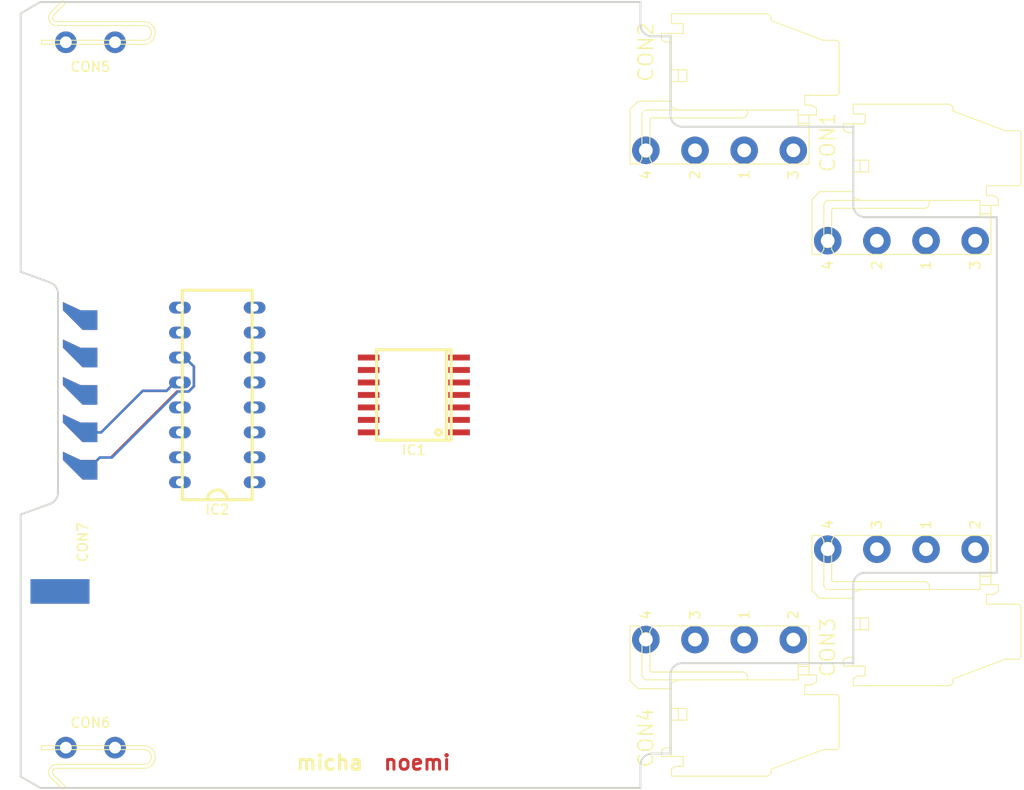
<source format=kicad_pcb>
(kicad_pcb (version 20171130) (host pcbnew 5.0.1-33cea8e~68~ubuntu18.04.1)

  (general
    (thickness 1.55)
    (drawings 47)
    (tracks 28)
    (zones 0)
    (modules 9)
    (nets 49)
  )

  (page A4)
  (title_block
    (title "Housebus Relais Output")
    (date 2018-11-12)
    (company PiWare)
  )

  (layers
    (0 F.Cu signal)
    (31 B.Cu signal)
    (32 B.Adhes user)
    (33 F.Adhes user)
    (34 B.Paste user)
    (35 F.Paste user)
    (36 B.SilkS user)
    (37 F.SilkS user)
    (38 B.Mask user)
    (39 F.Mask user)
    (40 Dwgs.User user)
    (41 Cmts.User user)
    (42 Eco1.User user)
    (43 Eco2.User user)
    (44 Edge.Cuts user)
    (45 Margin user)
    (46 B.CrtYd user)
    (47 F.CrtYd user)
    (48 B.Fab user)
    (49 F.Fab user)
  )

  (setup
    (last_trace_width 0.25)
    (trace_clearance 0.2)
    (zone_clearance 0.508)
    (zone_45_only no)
    (trace_min 0.2)
    (segment_width 0.15)
    (edge_width 0.15)
    (via_size 0.8)
    (via_drill 0.4)
    (via_min_size 0.4)
    (via_min_drill 0.3)
    (uvia_size 0.3)
    (uvia_drill 0.1)
    (uvias_allowed no)
    (uvia_min_size 0.2)
    (uvia_min_drill 0.1)
    (pcb_text_width 0.3)
    (pcb_text_size 1.5 1.5)
    (mod_edge_width 0.15)
    (mod_text_size 1 1)
    (mod_text_width 0.15)
    (pad_size 1.524 1.524)
    (pad_drill 0.762)
    (pad_to_mask_clearance 0.051)
    (solder_mask_min_width 0.25)
    (aux_axis_origin 100 100)
    (visible_elements FFFFFF7F)
    (pcbplotparams
      (layerselection 0x010fc_ffffffff)
      (usegerberextensions false)
      (usegerberattributes false)
      (usegerberadvancedattributes false)
      (creategerberjobfile false)
      (excludeedgelayer true)
      (linewidth 0.100000)
      (plotframeref false)
      (viasonmask false)
      (mode 1)
      (useauxorigin false)
      (hpglpennumber 1)
      (hpglpenspeed 20)
      (hpglpendiameter 15.000000)
      (psnegative false)
      (psa4output false)
      (plotreference true)
      (plotvalue true)
      (plotinvisibletext false)
      (padsonsilk false)
      (subtractmaskfromsilk false)
      (outputformat 1)
      (mirror false)
      (drillshape 1)
      (scaleselection 1)
      (outputdirectory ""))
  )

  (net 0 "")
  (net 1 "Net-(IC1-Pad2)")
  (net 2 "Net-(IC1-Pad3)")
  (net 3 "Net-(IC1-Pad6)")
  (net 4 "Net-(IC1-Pad7)")
  (net 5 "Net-(IC1-Pad8)")
  (net 6 "Net-(IC2-Pad1)")
  (net 7 "Net-(IC2-Pad2)")
  (net 8 "Net-(IC2-Pad3)")
  (net 9 "Net-(IC2-Pad4)")
  (net 10 "Net-(IC2-Pad5)")
  (net 11 "Net-(IC2-Pad6)")
  (net 12 "Net-(IC2-Pad7)")
  (net 13 "Net-(IC2-Pad8)")
  (net 14 "Net-(IC2-Pad9)")
  (net 15 "Net-(IC2-Pad10)")
  (net 16 "Net-(IC2-Pad13)")
  (net 17 "Net-(IC2-Pad14)")
  (net 18 "Net-(CON1-Pad4)")
  (net 19 "Net-(CON1-Pad2)")
  (net 20 "Net-(CON1-Pad1)")
  (net 21 "Net-(CON1-Pad3)")
  (net 22 "Net-(CON2-Pad1)")
  (net 23 "Net-(CON2-Pad2)")
  (net 24 "Net-(CON2-Pad3)")
  (net 25 "Net-(CON2-Pad4)")
  (net 26 "Net-(IC1-Pad1)")
  (net 27 "Net-(IC1-Pad4)")
  (net 28 "Net-(IC1-Pad5)")
  (net 29 "Net-(IC1-Pad9)")
  (net 30 "Net-(IC1-Pad10)")
  (net 31 "Net-(IC1-Pad13)")
  (net 32 "Net-(IC1-Pad14)")
  (net 33 "Net-(CON3-Pad1)")
  (net 34 "Net-(CON3-Pad2)")
  (net 35 "Net-(CON3-Pad3)")
  (net 36 "Net-(CON3-Pad4)")
  (net 37 "Net-(CON4-Pad4)")
  (net 38 "Net-(CON4-Pad3)")
  (net 39 "Net-(CON4-Pad2)")
  (net 40 "Net-(CON4-Pad1)")
  (net 41 "Net-(CON7-Pad1)")
  (net 42 "Net-(CON7-Pad2)")
  (net 43 "Net-(CON7-Pad3)")
  (net 44 "Net-(CON7-Pad4)")
  (net 45 "Net-(CON7-Pad5)")
  (net 46 "Net-(CON7-Pad6)")
  (net 47 GND)
  (net 48 +3V3)

  (net_class Default "Dies ist die voreingestellte Netzklasse."
    (clearance 0.2)
    (trace_width 0.25)
    (via_dia 0.8)
    (via_drill 0.4)
    (uvia_dia 0.3)
    (uvia_drill 0.1)
    (add_net +3V3)
    (add_net GND)
    (add_net "Net-(CON1-Pad1)")
    (add_net "Net-(CON1-Pad2)")
    (add_net "Net-(CON1-Pad3)")
    (add_net "Net-(CON1-Pad4)")
    (add_net "Net-(CON2-Pad1)")
    (add_net "Net-(CON2-Pad2)")
    (add_net "Net-(CON2-Pad3)")
    (add_net "Net-(CON2-Pad4)")
    (add_net "Net-(CON3-Pad1)")
    (add_net "Net-(CON3-Pad2)")
    (add_net "Net-(CON3-Pad3)")
    (add_net "Net-(CON3-Pad4)")
    (add_net "Net-(CON4-Pad1)")
    (add_net "Net-(CON4-Pad2)")
    (add_net "Net-(CON4-Pad3)")
    (add_net "Net-(CON4-Pad4)")
    (add_net "Net-(CON7-Pad1)")
    (add_net "Net-(CON7-Pad2)")
    (add_net "Net-(CON7-Pad3)")
    (add_net "Net-(CON7-Pad4)")
    (add_net "Net-(CON7-Pad5)")
    (add_net "Net-(CON7-Pad6)")
    (add_net "Net-(IC1-Pad1)")
    (add_net "Net-(IC1-Pad10)")
    (add_net "Net-(IC1-Pad13)")
    (add_net "Net-(IC1-Pad14)")
    (add_net "Net-(IC1-Pad2)")
    (add_net "Net-(IC1-Pad3)")
    (add_net "Net-(IC1-Pad4)")
    (add_net "Net-(IC1-Pad5)")
    (add_net "Net-(IC1-Pad6)")
    (add_net "Net-(IC1-Pad7)")
    (add_net "Net-(IC1-Pad8)")
    (add_net "Net-(IC1-Pad9)")
    (add_net "Net-(IC2-Pad1)")
    (add_net "Net-(IC2-Pad10)")
    (add_net "Net-(IC2-Pad13)")
    (add_net "Net-(IC2-Pad14)")
    (add_net "Net-(IC2-Pad2)")
    (add_net "Net-(IC2-Pad3)")
    (add_net "Net-(IC2-Pad4)")
    (add_net "Net-(IC2-Pad5)")
    (add_net "Net-(IC2-Pad6)")
    (add_net "Net-(IC2-Pad7)")
    (add_net "Net-(IC2-Pad8)")
    (add_net "Net-(IC2-Pad9)")
  )

  (module connector_phoenix_contact:MKDSO_2.5_4_L_KMGY (layer F.Cu) (tedit 5BE1C334) (tstamp 5BE8E8DC)
    (at 171.1 75.1 270)
    (path /5BE8D061)
    (fp_text reference CON2 (at -10 7.5 270) (layer F.SilkS)
      (effects (font (size 1.5 1.5) (thickness 0.15)))
    )
    (fp_text value MKDSO_2.5_4_L_KMGY (at 5 0) (layer F.Fab)
      (effects (font (size 1.5 1.5) (thickness 0.15)))
    )
    (fp_text user 4 (at 2.5 7.5 270) (layer F.SilkS)
      (effects (font (size 1 1) (thickness 0.15)))
    )
    (fp_text user 3 (at 2.5 -7.5 270) (layer F.SilkS)
      (effects (font (size 1 1) (thickness 0.15)))
    )
    (fp_text user 2 (at 2.5 2.5 270) (layer F.SilkS)
      (effects (font (size 1 1) (thickness 0.15)))
    )
    (fp_text user 1 (at 2.5 -2.5 270) (layer F.SilkS)
      (effects (font (size 1 1) (thickness 0.15)))
    )
    (fp_line (start 0 7.1) (end 0 7.9) (layer F.SilkS) (width 0.1))
    (fp_line (start 1.4 9.1) (end 1.4 8.2) (layer F.SilkS) (width 0.1))
    (fp_line (start 1.4 -9.1) (end 1.4 6.8) (layer F.SilkS) (width 0.1))
    (fp_line (start 0.5 7.1) (end 0.5 7.9) (layer F.SilkS) (width 0.1))
    (fp_line (start 0.5 7.1) (end 0 7.1) (layer F.SilkS) (width 0.1))
    (fp_line (start 0.574456 7.1) (end 0.5 7.1) (layer F.SilkS) (width 0.1))
    (fp_line (start 0.880385 7.1) (end 0.574456 7.1) (layer F.SilkS) (width 0.1))
    (fp_line (start 1.4 6.8) (end 0.880385 7.1) (layer F.SilkS) (width 0.1))
    (fp_line (start 0.880385 7.9) (end 1.4 8.2) (layer F.SilkS) (width 0.1))
    (fp_line (start 0.5 7.9) (end 0 7.9) (layer F.SilkS) (width 0.1))
    (fp_line (start 0.574456 7.9) (end 0.5 7.9) (layer F.SilkS) (width 0.1))
    (fp_line (start 0.880385 7.9) (end 0.574456 7.9) (layer F.SilkS) (width 0.1))
    (fp_line (start -8.2 4.9) (end -11 4.9) (layer F.SilkS) (width 0.1))
    (fp_line (start -7 4.2) (end -8.2 4.2) (layer F.SilkS) (width 0.1))
    (fp_line (start -11 4.9) (end -11.9 4.9) (layer F.SilkS) (width 0.1))
    (fp_line (start -11 5.466987) (end -11 4.9) (layer F.SilkS) (width 0.1))
    (fp_line (start -8.2 4.9) (end -8.2 4.2) (layer F.SilkS) (width 0.1))
    (fp_line (start -7 4.9) (end -7 4.2) (layer F.SilkS) (width 0.1))
    (fp_line (start -7 3.333975) (end -8.2 3.333975) (layer F.SilkS) (width 0.1))
    (fp_line (start -11.9 3.7) (end -12.9 3.7) (layer F.SilkS) (width 0.1))
    (fp_line (start -11.9 4.9) (end -11.9 3.7) (layer F.SilkS) (width 0.1))
    (fp_line (start -12.9 4.9) (end -12.9 3.7) (layer F.SilkS) (width 0.1))
    (fp_line (start -11 5.466987) (end -11.25 5.9) (layer F.SilkS) (width 0.1))
    (fp_line (start -11.25 5.9) (end -11.9 5.9) (layer F.SilkS) (width 0.1))
    (fp_line (start -11.2 -11.85) (end -11.2 -10.55) (layer F.SilkS) (width 0.1))
    (fp_line (start -11.9 4.9) (end -11.9 5.9) (layer F.SilkS) (width 0.1))
    (fp_line (start -4.1 -2.831371) (end -4.1 4.1) (layer F.SilkS) (width 0.1))
    (fp_line (start -5 4.9) (end -7 4.9) (layer F.SilkS) (width 0.1))
    (fp_line (start -7 4.9) (end -8.2 4.9) (layer F.SilkS) (width 0.1))
    (fp_line (start -4.4 4.9) (end -5 4.9) (layer F.SilkS) (width 0.1))
    (fp_line (start -3.6 -8) (end -4.1 -8) (layer F.SilkS) (width 0.1))
    (fp_line (start -8.2 4.2) (end -8.2 3.333975) (layer F.SilkS) (width 0.1))
    (fp_line (start -7 4.2) (end -7 3.333975) (layer F.SilkS) (width 0.1))
    (fp_line (start -4.1 -2.831371) (end -3.8 -2.831371) (layer F.SilkS) (width 0.1))
    (fp_line (start -4.1 -8) (end -4.1 -2.831371) (layer F.SilkS) (width 0.1))
    (fp_line (start -11.2 -10.55) (end -13.2 -5.25) (layer F.SilkS) (width 0.1))
    (fp_line (start -13.2 -5.25) (end -13.4 -5.25) (layer F.SilkS) (width 0.1))
    (fp_line (start -13.9 -4.75) (end -13.9 4.9) (layer F.SilkS) (width 0.1))
    (fp_line (start -13.9 4.9) (end -12.9 4.9) (layer F.SilkS) (width 0.1))
    (fp_line (start 1.4 9.1) (end -4.2 9.1) (layer F.SilkS) (width 0.1))
    (fp_line (start 0 7.9) (end -3.6 7.9) (layer F.SilkS) (width 0.1))
    (fp_line (start -4.2 9.1) (end -5 8.3) (layer F.SilkS) (width 0.1))
    (fp_line (start -5.9 -12.15) (end -10.9 -12.15) (layer F.SilkS) (width 0.1))
    (fp_line (start -2.5 -9.1) (end 1.4 -9.1) (layer F.SilkS) (width 0.1))
    (fp_line (start -4.6 -8.65) (end -5.6 -8.65) (layer F.SilkS) (width 0.1))
    (fp_line (start -4.6 -9.330385) (end -4.3 -9.85) (layer F.SilkS) (width 0.1))
    (fp_line (start -4.3 -9.85) (end -3.6 -9.85) (layer F.SilkS) (width 0.1))
    (fp_line (start -3.6 -9.85) (end -3.6 -9.1) (layer F.SilkS) (width 0.1))
    (fp_line (start -3.6 -9.1) (end -3.6 -8) (layer F.SilkS) (width 0.1))
    (fp_line (start -3.6 -8) (end -2.75 -8) (layer F.SilkS) (width 0.1))
    (fp_line (start -2.75 -9.1) (end -3.6 -9.1) (layer F.SilkS) (width 0.1))
    (fp_line (start -2.75 -8) (end -2.5 -8) (layer F.SilkS) (width 0.1))
    (fp_line (start -2.75 -9.1) (end -2.75 -8) (layer F.SilkS) (width 0.1))
    (fp_line (start -2.75 -9.1) (end -2.5 -9.1) (layer F.SilkS) (width 0.1))
    (fp_line (start -2.5 -9.1) (end -2.5 -8) (layer F.SilkS) (width 0.1))
    (fp_line (start -4.6 -8.65) (end -4.6 -9.330385) (layer F.SilkS) (width 0.1))
    (fp_line (start -5.6 -8.65) (end -5.6 -11.85) (layer F.SilkS) (width 0.1))
    (fp_line (start -4.4 4.9) (end -4.1 4.1) (layer F.SilkS) (width 0.1))
    (fp_line (start -3.1 7.1) (end 0 7.1) (layer F.SilkS) (width 0.1))
    (fp_line (start -4.1 7.4) (end -4.1 4.1) (layer F.SilkS) (width 0.1))
    (fp_line (start -5 8.3) (end -5 4.9) (layer F.SilkS) (width 0.1))
    (fp_line (start -3.3 -2.331371) (end -3.3 6.9) (layer F.SilkS) (width 0.1))
    (fp_arc (start 0 7.5) (end 0.574456 7.9) (angle -69.69980916) (layer F.SilkS) (width 0.1))
    (fp_arc (start -10.9 -11.85) (end -10.9 -12.15) (angle -90) (layer F.SilkS) (width 0.1))
    (fp_arc (start -13.4 -4.75) (end -13.4 -5.25) (angle -90) (layer F.SilkS) (width 0.1))
    (fp_arc (start -3.6 7.4) (end -4.1 7.4) (angle -90) (layer F.SilkS) (width 0.1))
    (fp_arc (start -5.9 -11.85) (end -5.6 -11.85) (angle -90) (layer F.SilkS) (width 0.1))
    (fp_arc (start -3.8 -2.331371) (end -3.3 -2.331371) (angle -90) (layer F.SilkS) (width 0.1))
    (fp_arc (start -3.1 6.9) (end -3.3 6.9) (angle -90) (layer F.SilkS) (width 0.1))
    (pad 1 thru_hole circle (at 0 -2.5 270) (size 2.8 2.8) (drill 1.4) (layers *.Cu *.Mask)
      (net 22 "Net-(CON2-Pad1)"))
    (pad 2 thru_hole circle (at 0 2.5 270) (size 2.8 2.8) (drill 1.4) (layers *.Cu *.Mask)
      (net 23 "Net-(CON2-Pad2)"))
    (pad 3 thru_hole circle (at 0 -7.5 270) (size 2.8 2.8) (drill 1.4) (layers *.Cu *.Mask)
      (net 24 "Net-(CON2-Pad3)"))
    (pad 4 thru_hole circle (at 0 7.5 270) (size 2.8 2.8) (drill 1.4) (layers *.Cu *.Mask)
      (net 25 "Net-(CON2-Pad4)"))
    (model ${KISYS3DMOD}/connector_phoenix_contact.3dshapes/2908485.stp
      (at (xyz 0 0 0))
      (scale (xyz 1 1 1))
      (rotate (xyz 0 0 0))
    )
  )

  (module dip:dip_16 (layer F.Cu) (tedit 5BE62446) (tstamp 5BE8F522)
    (at 120 100 90)
    (descr "DIP 16, RPL No. 862")
    (path /5BE6E651)
    (fp_text reference IC2 (at -11.665 0 180) (layer F.SilkS)
      (effects (font (size 1 1) (thickness 0.15)))
    )
    (fp_text value MAX232ACPE+ (at 0 0 90) (layer F.Fab)
      (effects (font (size 1 1) (thickness 0.15)))
    )
    (fp_line (start -10.665 -3.555) (end 10.665 -3.555) (layer F.SilkS) (width 0.3))
    (fp_line (start 10.665 -3.555) (end 10.665 3.555) (layer F.SilkS) (width 0.3))
    (fp_line (start 10.665 3.555) (end -10.665 3.555) (layer F.SilkS) (width 0.3))
    (fp_line (start -10.665 3.555) (end -10.665 -3.555) (layer F.SilkS) (width 0.3))
    (fp_arc (start -10.665 0) (end -10.665 1) (angle -180) (layer F.SilkS) (width 0.3))
    (pad 1 thru_hole oval (at -8.89 3.8 90) (size 1.2 2.2) (drill 0.8) (layers *.Cu *.Mask)
      (net 6 "Net-(IC2-Pad1)"))
    (pad 2 thru_hole oval (at -6.35 3.8 90) (size 1.2 2.2) (drill 0.8) (layers *.Cu *.Mask)
      (net 7 "Net-(IC2-Pad2)"))
    (pad 3 thru_hole oval (at -3.81 3.8 90) (size 1.2 2.2) (drill 0.8) (layers *.Cu *.Mask)
      (net 8 "Net-(IC2-Pad3)"))
    (pad 4 thru_hole oval (at -1.27 3.8 90) (size 1.2 2.2) (drill 0.8) (layers *.Cu *.Mask)
      (net 9 "Net-(IC2-Pad4)"))
    (pad 5 thru_hole oval (at 1.27 3.8 90) (size 1.2 2.2) (drill 0.8) (layers *.Cu *.Mask)
      (net 10 "Net-(IC2-Pad5)"))
    (pad 6 thru_hole oval (at 3.81 3.8 90) (size 1.2 2.2) (drill 0.8) (layers *.Cu *.Mask)
      (net 11 "Net-(IC2-Pad6)"))
    (pad 7 thru_hole oval (at 6.35 3.8 90) (size 1.2 2.2) (drill 0.8) (layers *.Cu *.Mask)
      (net 12 "Net-(IC2-Pad7)"))
    (pad 8 thru_hole oval (at 8.89 3.8 90) (size 1.2 2.2) (drill 0.8) (layers *.Cu *.Mask)
      (net 13 "Net-(IC2-Pad8)"))
    (pad 9 thru_hole oval (at 8.89 -3.8 90) (size 1.2 2.2) (drill 0.8) (layers *.Cu *.Mask)
      (net 14 "Net-(IC2-Pad9)"))
    (pad 10 thru_hole oval (at 6.35 -3.8 90) (size 1.2 2.2) (drill 0.8) (layers *.Cu *.Mask)
      (net 15 "Net-(IC2-Pad10)"))
    (pad 11 thru_hole oval (at 3.81 -3.8 90) (size 1.2 2.2) (drill 0.8) (layers *.Cu *.Mask)
      (net 41 "Net-(CON7-Pad1)"))
    (pad 12 thru_hole oval (at 1.27 -3.8 90) (size 1.2 2.2) (drill 0.8) (layers *.Cu *.Mask)
      (net 42 "Net-(CON7-Pad2)"))
    (pad 13 thru_hole oval (at -1.27 -3.8 90) (size 1.2 2.2) (drill 0.8) (layers *.Cu *.Mask)
      (net 16 "Net-(IC2-Pad13)"))
    (pad 14 thru_hole oval (at -3.81 -3.8 90) (size 1.2 2.2) (drill 0.8) (layers *.Cu *.Mask)
      (net 17 "Net-(IC2-Pad14)"))
    (pad 15 thru_hole oval (at -6.35 -3.8 90) (size 1.2 2.2) (drill 0.8) (layers *.Cu *.Mask)
      (net 47 GND))
    (pad 16 thru_hole oval (at -8.89 -3.8 90) (size 1.2 2.2) (drill 0.8) (layers *.Cu *.Mask)
      (net 48 +3V3))
    (model ${KISYS3DMOD}/dip.3dshapes/dip_16.wrl
      (at (xyz 0 0 0))
      (scale (xyz 1 1 1))
      (rotate (xyz 0 0 0))
    )
  )

  (module soic:soic_14_wide (layer F.Cu) (tedit 5BE62447) (tstamp 5BE8F32A)
    (at 140 100 90)
    (descr "SOIC 14 Wide, RPL No. 303A")
    (path /5BE62716)
    (attr smd)
    (fp_text reference IC1 (at -5.6 0 180) (layer F.SilkS)
      (effects (font (size 1 1) (thickness 0.15)))
    )
    (fp_text value ATSAMD10C13A-SSU (at 0 0 90) (layer F.Fab)
      (effects (font (size 1 1) (thickness 0.15)))
    )
    (fp_line (start -4.6 -3.8) (end 4.6 -3.8) (layer F.SilkS) (width 0.3))
    (fp_line (start 4.6 -3.8) (end 4.6 3.8) (layer F.SilkS) (width 0.3))
    (fp_line (start 4.6 3.8) (end -4.6 3.8) (layer F.SilkS) (width 0.3))
    (fp_line (start -4.6 3.8) (end -4.6 -3.8) (layer F.SilkS) (width 0.3))
    (fp_line (start -4.6 3.3) (end 4.6 3.3) (layer F.SilkS) (width 0.3))
    (fp_circle (center -3.81 2.51) (end -4.11 2.51) (layer F.SilkS) (width 0.3))
    (pad 1 smd rect (at -3.81 4.6 90) (size 0.6 2.2) (layers F.Cu F.Paste F.Mask)
      (net 26 "Net-(IC1-Pad1)"))
    (pad 2 smd rect (at -2.54 4.6 90) (size 0.6 2.2) (layers F.Cu F.Paste F.Mask)
      (net 1 "Net-(IC1-Pad2)"))
    (pad 3 smd rect (at -1.27 4.6 90) (size 0.6 2.2) (layers F.Cu F.Paste F.Mask)
      (net 2 "Net-(IC1-Pad3)"))
    (pad 4 smd rect (at 0 4.6 90) (size 0.6 2.2) (layers F.Cu F.Paste F.Mask)
      (net 27 "Net-(IC1-Pad4)"))
    (pad 5 smd rect (at 1.27 4.6 90) (size 0.6 2.2) (layers F.Cu F.Paste F.Mask)
      (net 28 "Net-(IC1-Pad5)"))
    (pad 6 smd rect (at 2.54 4.6 90) (size 0.6 2.2) (layers F.Cu F.Paste F.Mask)
      (net 3 "Net-(IC1-Pad6)"))
    (pad 7 smd rect (at 3.81 4.6 90) (size 0.6 2.2) (layers F.Cu F.Paste F.Mask)
      (net 4 "Net-(IC1-Pad7)"))
    (pad 8 smd rect (at 3.81 -4.6 90) (size 0.6 2.2) (layers F.Cu F.Paste F.Mask)
      (net 5 "Net-(IC1-Pad8)"))
    (pad 9 smd rect (at 2.54 -4.6 90) (size 0.6 2.2) (layers F.Cu F.Paste F.Mask)
      (net 29 "Net-(IC1-Pad9)"))
    (pad 10 smd rect (at 1.27 -4.6 90) (size 0.6 2.2) (layers F.Cu F.Paste F.Mask)
      (net 30 "Net-(IC1-Pad10)"))
    (pad 11 smd rect (at 0 -4.6 90) (size 0.6 2.2) (layers F.Cu F.Paste F.Mask))
    (pad 12 smd rect (at -1.27 -4.6 90) (size 0.6 2.2) (layers F.Cu F.Paste F.Mask))
    (pad 13 smd rect (at -2.54 -4.6 90) (size 0.6 2.2) (layers F.Cu F.Paste F.Mask)
      (net 31 "Net-(IC1-Pad13)"))
    (pad 14 smd rect (at -3.81 -4.6 90) (size 0.6 2.2) (layers F.Cu F.Paste F.Mask)
      (net 32 "Net-(IC1-Pad14)"))
    (model ${KISYS3DMOD}/soic.3dshapes/soic_14_wide.wrl
      (at (xyz 0 0 0))
      (scale (xyz 1 1 1))
      (rotate (xyz 0 0 0))
    )
  )

  (module connector_phoenix_contact:MKDSO_2.5_4_R_KMGY (layer F.Cu) (tedit 5BE1BF4F) (tstamp 5BE8DEC5)
    (at 189.6 115.7 270)
    (path /5BE8D12E)
    (fp_text reference CON3 (at 10 7.5 270) (layer F.SilkS)
      (effects (font (size 1.5 1.5) (thickness 0.15)))
    )
    (fp_text value MKDSO_2.5_4_R_KMGY (at -5 0) (layer F.Fab)
      (effects (font (size 1.5 1.5) (thickness 0.15)))
    )
    (fp_text user 4 (at -2.5 7.5 270) (layer F.SilkS)
      (effects (font (size 1 1) (thickness 0.15)))
    )
    (fp_text user 3 (at -2.5 2.5 270) (layer F.SilkS)
      (effects (font (size 1 1) (thickness 0.15)))
    )
    (fp_text user 1 (at -2.5 -2.5 270) (layer F.SilkS)
      (effects (font (size 1 1) (thickness 0.15)))
    )
    (fp_text user 2 (at -2.5 -7.5 270) (layer F.SilkS)
      (effects (font (size 1 1) (thickness 0.15)))
    )
    (fp_line (start -1.4 9.1) (end -1.4 8.2) (layer F.SilkS) (width 0.1))
    (fp_line (start 0 7.9) (end -0.5 7.9) (layer F.SilkS) (width 0.1))
    (fp_line (start -0.574456 7.9) (end -0.880385 7.9) (layer F.SilkS) (width 0.1))
    (fp_line (start -0.5 7.9) (end -0.574456 7.9) (layer F.SilkS) (width 0.1))
    (fp_line (start -1.4 8.2) (end -0.880385 7.9) (layer F.SilkS) (width 0.1))
    (fp_line (start -0.5 7.1) (end -0.5 7.9) (layer F.SilkS) (width 0.1))
    (fp_line (start -0.880385 7.1) (end -0.574456 7.1) (layer F.SilkS) (width 0.1))
    (fp_line (start 3.6 -8) (end 4.1 -8) (layer F.SilkS) (width 0.1))
    (fp_line (start 3.6 -8) (end 2.75 -8) (layer F.SilkS) (width 0.1))
    (fp_line (start 2.75 -8) (end 2.5 -8) (layer F.SilkS) (width 0.1))
    (fp_line (start 0 7.9) (end 0 7.1) (layer F.SilkS) (width 0.1))
    (fp_line (start 3.1 7.1) (end 0 7.1) (layer F.SilkS) (width 0.1))
    (fp_line (start 0 7.9) (end 3.6 7.9) (layer F.SilkS) (width 0.1))
    (fp_line (start 4.1 4.1) (end 4.1 7.4) (layer F.SilkS) (width 0.1))
    (fp_line (start -1.4 9.1) (end 4.2 9.1) (layer F.SilkS) (width 0.1))
    (fp_line (start -0.880385 7.1) (end -1.4 6.8) (layer F.SilkS) (width 0.1))
    (fp_line (start 0 7.1) (end -0.5 7.1) (layer F.SilkS) (width 0.1))
    (fp_line (start -0.574456 7.1) (end -0.5 7.1) (layer F.SilkS) (width 0.1))
    (fp_line (start 3.3 6.9) (end 3.3 -2.331371) (layer F.SilkS) (width 0.1))
    (fp_line (start 3.8 -2.831371) (end 4.1 -2.831371) (layer F.SilkS) (width 0.1))
    (fp_line (start 4.1 -8) (end 4.1 -2.831371) (layer F.SilkS) (width 0.1))
    (fp_line (start 4.1 -2.831371) (end 4.1 4.1) (layer F.SilkS) (width 0.1))
    (fp_line (start 4.4 4.9) (end 4.1 4.1) (layer F.SilkS) (width 0.1))
    (fp_line (start 5 8.3) (end 5 4.9) (layer F.SilkS) (width 0.1))
    (fp_line (start 4.4 4.9) (end 5 4.9) (layer F.SilkS) (width 0.1))
    (fp_line (start 4.2 9.1) (end 5 8.3) (layer F.SilkS) (width 0.1))
    (fp_line (start -1.4 6.8) (end -1.4 -9.1) (layer F.SilkS) (width 0.1))
    (fp_line (start 13.9 -4.75) (end 13.9 4.9) (layer F.SilkS) (width 0.1))
    (fp_line (start 12.9 4.466987) (end 13.15 4.9) (layer F.SilkS) (width 0.1))
    (fp_line (start 12.9 3.7) (end 12.9 4.466987) (layer F.SilkS) (width 0.1))
    (fp_line (start 11.9 3.7) (end 12.9 3.7) (layer F.SilkS) (width 0.1))
    (fp_line (start 8.2 4.2) (end 8.2 3.333975) (layer F.SilkS) (width 0.1))
    (fp_line (start 8.2 4.9) (end 8.2 4.2) (layer F.SilkS) (width 0.1))
    (fp_line (start 8.2 4.9) (end 11 4.9) (layer F.SilkS) (width 0.1))
    (fp_line (start 11 4.9) (end 11.9 4.9) (layer F.SilkS) (width 0.1))
    (fp_line (start 7 4.9) (end 8.2 4.9) (layer F.SilkS) (width 0.1))
    (fp_line (start 5 4.9) (end 7 4.9) (layer F.SilkS) (width 0.1))
    (fp_line (start 7 3.333975) (end 8.2 3.333975) (layer F.SilkS) (width 0.1))
    (fp_line (start 7 4.2) (end 8.2 4.2) (layer F.SilkS) (width 0.1))
    (fp_line (start 7 4.2) (end 7 3.333975) (layer F.SilkS) (width 0.1))
    (fp_line (start 7 4.9) (end 7 4.2) (layer F.SilkS) (width 0.1))
    (fp_line (start 13.2 -5.25) (end 13.4 -5.25) (layer F.SilkS) (width 0.1))
    (fp_line (start 11.9 4.9) (end 11.9 3.7) (layer F.SilkS) (width 0.1))
    (fp_line (start 11 5.466987) (end 11 4.9) (layer F.SilkS) (width 0.1))
    (fp_line (start 13.9 4.9) (end 13.15 4.9) (layer F.SilkS) (width 0.1))
    (fp_line (start 11 5.466987) (end 11.25 5.9) (layer F.SilkS) (width 0.1))
    (fp_line (start 11.25 5.9) (end 11.9 5.9) (layer F.SilkS) (width 0.1))
    (fp_line (start 11.9 4.9) (end 11.9 5.9) (layer F.SilkS) (width 0.1))
    (fp_line (start 4.6 -9.330385) (end 4.3 -9.85) (layer F.SilkS) (width 0.1))
    (fp_line (start 5.6 -8.65) (end 5.6 -11.85) (layer F.SilkS) (width 0.1))
    (fp_line (start 11.2 -10.55) (end 13.2 -5.25) (layer F.SilkS) (width 0.1))
    (fp_line (start -1.4 -9.1) (end 2.5 -9.1) (layer F.SilkS) (width 0.1))
    (fp_line (start 2.75 -9.1) (end 3.6 -9.1) (layer F.SilkS) (width 0.1))
    (fp_line (start 2.75 -9.1) (end 2.5 -9.1) (layer F.SilkS) (width 0.1))
    (fp_line (start 2.5 -9.1) (end 2.5 -8) (layer F.SilkS) (width 0.1))
    (fp_line (start 2.75 -9.1) (end 2.75 -8) (layer F.SilkS) (width 0.1))
    (fp_line (start 4.6 -8.65) (end 5.6 -8.65) (layer F.SilkS) (width 0.1))
    (fp_line (start 3.6 -9.1) (end 3.6 -8) (layer F.SilkS) (width 0.1))
    (fp_line (start 4.6 -8.65) (end 4.6 -9.330385) (layer F.SilkS) (width 0.1))
    (fp_line (start 4.3 -9.85) (end 3.6 -9.85) (layer F.SilkS) (width 0.1))
    (fp_line (start 3.6 -9.85) (end 3.6 -9.1) (layer F.SilkS) (width 0.1))
    (fp_line (start 11.2 -11.85) (end 11.2 -10.55) (layer F.SilkS) (width 0.1))
    (fp_line (start 5.9 -12.15) (end 10.9 -12.15) (layer F.SilkS) (width 0.1))
    (fp_arc (start 0 7.5) (end -0.574456 7.1) (angle -69.69980916) (layer F.SilkS) (width 0.1))
    (fp_arc (start 3.6 7.4) (end 3.6 7.9) (angle -90) (layer F.SilkS) (width 0.1))
    (fp_arc (start 3.1 6.9) (end 3.1 7.1) (angle -90) (layer F.SilkS) (width 0.1))
    (fp_arc (start 3.8 -2.331371) (end 3.8 -2.831371) (angle -90) (layer F.SilkS) (width 0.1))
    (fp_arc (start 13.4 -4.75) (end 13.9 -4.75) (angle -90) (layer F.SilkS) (width 0.1))
    (fp_arc (start 10.9 -11.85) (end 11.2 -11.85) (angle -90) (layer F.SilkS) (width 0.1))
    (fp_arc (start 5.9 -11.85) (end 5.9 -12.15) (angle -90) (layer F.SilkS) (width 0.1))
    (pad 1 thru_hole circle (at 0 -2.5 270) (size 2.8 2.8) (drill 1.4) (layers *.Cu *.Mask)
      (net 33 "Net-(CON3-Pad1)"))
    (pad 2 thru_hole circle (at 0 -7.5 270) (size 2.8 2.8) (drill 1.4) (layers *.Cu *.Mask)
      (net 34 "Net-(CON3-Pad2)"))
    (pad 3 thru_hole circle (at 0 2.5 270) (size 2.8 2.8) (drill 1.4) (layers *.Cu *.Mask)
      (net 35 "Net-(CON3-Pad3)"))
    (pad 4 thru_hole circle (at 0 7.5 270) (size 2.8 2.8) (drill 1.4) (layers *.Cu *.Mask)
      (net 36 "Net-(CON3-Pad4)"))
    (model ${KISYS3DMOD}/connector_phoenix_contact.3dshapes/2908472.stp
      (at (xyz 0 0 0))
      (scale (xyz 1 1 1))
      (rotate (xyz 0 0 0))
    )
  )

  (module connector_phoenix_contact:MKDSO_2.5_4_R_KMGY (layer F.Cu) (tedit 5BE1BF4F) (tstamp 5BE8DF17)
    (at 171.1 124.9 270)
    (path /5BE8D1BD)
    (fp_text reference CON4 (at 10 7.5 270) (layer F.SilkS)
      (effects (font (size 1.5 1.5) (thickness 0.15)))
    )
    (fp_text value MKDSO_2.5_4_R_KMGY (at -5 0) (layer F.Fab)
      (effects (font (size 1.5 1.5) (thickness 0.15)))
    )
    (fp_arc (start 5.9 -11.85) (end 5.9 -12.15) (angle -90) (layer F.SilkS) (width 0.1))
    (fp_arc (start 10.9 -11.85) (end 11.2 -11.85) (angle -90) (layer F.SilkS) (width 0.1))
    (fp_arc (start 13.4 -4.75) (end 13.9 -4.75) (angle -90) (layer F.SilkS) (width 0.1))
    (fp_arc (start 3.8 -2.331371) (end 3.8 -2.831371) (angle -90) (layer F.SilkS) (width 0.1))
    (fp_arc (start 3.1 6.9) (end 3.1 7.1) (angle -90) (layer F.SilkS) (width 0.1))
    (fp_arc (start 3.6 7.4) (end 3.6 7.9) (angle -90) (layer F.SilkS) (width 0.1))
    (fp_arc (start 0 7.5) (end -0.574456 7.1) (angle -69.69980916) (layer F.SilkS) (width 0.1))
    (fp_line (start 5.9 -12.15) (end 10.9 -12.15) (layer F.SilkS) (width 0.1))
    (fp_line (start 11.2 -11.85) (end 11.2 -10.55) (layer F.SilkS) (width 0.1))
    (fp_line (start 3.6 -9.85) (end 3.6 -9.1) (layer F.SilkS) (width 0.1))
    (fp_line (start 4.3 -9.85) (end 3.6 -9.85) (layer F.SilkS) (width 0.1))
    (fp_line (start 4.6 -8.65) (end 4.6 -9.330385) (layer F.SilkS) (width 0.1))
    (fp_line (start 3.6 -9.1) (end 3.6 -8) (layer F.SilkS) (width 0.1))
    (fp_line (start 4.6 -8.65) (end 5.6 -8.65) (layer F.SilkS) (width 0.1))
    (fp_line (start 2.75 -9.1) (end 2.75 -8) (layer F.SilkS) (width 0.1))
    (fp_line (start 2.5 -9.1) (end 2.5 -8) (layer F.SilkS) (width 0.1))
    (fp_line (start 2.75 -9.1) (end 2.5 -9.1) (layer F.SilkS) (width 0.1))
    (fp_line (start 2.75 -9.1) (end 3.6 -9.1) (layer F.SilkS) (width 0.1))
    (fp_line (start -1.4 -9.1) (end 2.5 -9.1) (layer F.SilkS) (width 0.1))
    (fp_line (start 11.2 -10.55) (end 13.2 -5.25) (layer F.SilkS) (width 0.1))
    (fp_line (start 5.6 -8.65) (end 5.6 -11.85) (layer F.SilkS) (width 0.1))
    (fp_line (start 4.6 -9.330385) (end 4.3 -9.85) (layer F.SilkS) (width 0.1))
    (fp_line (start 11.9 4.9) (end 11.9 5.9) (layer F.SilkS) (width 0.1))
    (fp_line (start 11.25 5.9) (end 11.9 5.9) (layer F.SilkS) (width 0.1))
    (fp_line (start 11 5.466987) (end 11.25 5.9) (layer F.SilkS) (width 0.1))
    (fp_line (start 13.9 4.9) (end 13.15 4.9) (layer F.SilkS) (width 0.1))
    (fp_line (start 11 5.466987) (end 11 4.9) (layer F.SilkS) (width 0.1))
    (fp_line (start 11.9 4.9) (end 11.9 3.7) (layer F.SilkS) (width 0.1))
    (fp_line (start 13.2 -5.25) (end 13.4 -5.25) (layer F.SilkS) (width 0.1))
    (fp_line (start 7 4.9) (end 7 4.2) (layer F.SilkS) (width 0.1))
    (fp_line (start 7 4.2) (end 7 3.333975) (layer F.SilkS) (width 0.1))
    (fp_line (start 7 4.2) (end 8.2 4.2) (layer F.SilkS) (width 0.1))
    (fp_line (start 7 3.333975) (end 8.2 3.333975) (layer F.SilkS) (width 0.1))
    (fp_line (start 5 4.9) (end 7 4.9) (layer F.SilkS) (width 0.1))
    (fp_line (start 7 4.9) (end 8.2 4.9) (layer F.SilkS) (width 0.1))
    (fp_line (start 11 4.9) (end 11.9 4.9) (layer F.SilkS) (width 0.1))
    (fp_line (start 8.2 4.9) (end 11 4.9) (layer F.SilkS) (width 0.1))
    (fp_line (start 8.2 4.9) (end 8.2 4.2) (layer F.SilkS) (width 0.1))
    (fp_line (start 8.2 4.2) (end 8.2 3.333975) (layer F.SilkS) (width 0.1))
    (fp_line (start 11.9 3.7) (end 12.9 3.7) (layer F.SilkS) (width 0.1))
    (fp_line (start 12.9 3.7) (end 12.9 4.466987) (layer F.SilkS) (width 0.1))
    (fp_line (start 12.9 4.466987) (end 13.15 4.9) (layer F.SilkS) (width 0.1))
    (fp_line (start 13.9 -4.75) (end 13.9 4.9) (layer F.SilkS) (width 0.1))
    (fp_line (start -1.4 6.8) (end -1.4 -9.1) (layer F.SilkS) (width 0.1))
    (fp_line (start 4.2 9.1) (end 5 8.3) (layer F.SilkS) (width 0.1))
    (fp_line (start 4.4 4.9) (end 5 4.9) (layer F.SilkS) (width 0.1))
    (fp_line (start 5 8.3) (end 5 4.9) (layer F.SilkS) (width 0.1))
    (fp_line (start 4.4 4.9) (end 4.1 4.1) (layer F.SilkS) (width 0.1))
    (fp_line (start 4.1 -2.831371) (end 4.1 4.1) (layer F.SilkS) (width 0.1))
    (fp_line (start 4.1 -8) (end 4.1 -2.831371) (layer F.SilkS) (width 0.1))
    (fp_line (start 3.8 -2.831371) (end 4.1 -2.831371) (layer F.SilkS) (width 0.1))
    (fp_line (start 3.3 6.9) (end 3.3 -2.331371) (layer F.SilkS) (width 0.1))
    (fp_line (start -0.574456 7.1) (end -0.5 7.1) (layer F.SilkS) (width 0.1))
    (fp_line (start 0 7.1) (end -0.5 7.1) (layer F.SilkS) (width 0.1))
    (fp_line (start -0.880385 7.1) (end -1.4 6.8) (layer F.SilkS) (width 0.1))
    (fp_line (start -1.4 9.1) (end 4.2 9.1) (layer F.SilkS) (width 0.1))
    (fp_line (start 4.1 4.1) (end 4.1 7.4) (layer F.SilkS) (width 0.1))
    (fp_line (start 0 7.9) (end 3.6 7.9) (layer F.SilkS) (width 0.1))
    (fp_line (start 3.1 7.1) (end 0 7.1) (layer F.SilkS) (width 0.1))
    (fp_line (start 0 7.9) (end 0 7.1) (layer F.SilkS) (width 0.1))
    (fp_line (start 2.75 -8) (end 2.5 -8) (layer F.SilkS) (width 0.1))
    (fp_line (start 3.6 -8) (end 2.75 -8) (layer F.SilkS) (width 0.1))
    (fp_line (start 3.6 -8) (end 4.1 -8) (layer F.SilkS) (width 0.1))
    (fp_line (start -0.880385 7.1) (end -0.574456 7.1) (layer F.SilkS) (width 0.1))
    (fp_line (start -0.5 7.1) (end -0.5 7.9) (layer F.SilkS) (width 0.1))
    (fp_line (start -1.4 8.2) (end -0.880385 7.9) (layer F.SilkS) (width 0.1))
    (fp_line (start -0.5 7.9) (end -0.574456 7.9) (layer F.SilkS) (width 0.1))
    (fp_line (start -0.574456 7.9) (end -0.880385 7.9) (layer F.SilkS) (width 0.1))
    (fp_line (start 0 7.9) (end -0.5 7.9) (layer F.SilkS) (width 0.1))
    (fp_line (start -1.4 9.1) (end -1.4 8.2) (layer F.SilkS) (width 0.1))
    (fp_text user 2 (at -2.5 -7.5 270) (layer F.SilkS)
      (effects (font (size 1 1) (thickness 0.15)))
    )
    (fp_text user 1 (at -2.5 -2.5 270) (layer F.SilkS)
      (effects (font (size 1 1) (thickness 0.15)))
    )
    (fp_text user 3 (at -2.5 2.5 270) (layer F.SilkS)
      (effects (font (size 1 1) (thickness 0.15)))
    )
    (fp_text user 4 (at -2.5 7.5 270) (layer F.SilkS)
      (effects (font (size 1 1) (thickness 0.15)))
    )
    (pad 4 thru_hole circle (at 0 7.5 270) (size 2.8 2.8) (drill 1.4) (layers *.Cu *.Mask)
      (net 37 "Net-(CON4-Pad4)"))
    (pad 3 thru_hole circle (at 0 2.5 270) (size 2.8 2.8) (drill 1.4) (layers *.Cu *.Mask)
      (net 38 "Net-(CON4-Pad3)"))
    (pad 2 thru_hole circle (at 0 -7.5 270) (size 2.8 2.8) (drill 1.4) (layers *.Cu *.Mask)
      (net 39 "Net-(CON4-Pad2)"))
    (pad 1 thru_hole circle (at 0 -2.5 270) (size 2.8 2.8) (drill 1.4) (layers *.Cu *.Mask)
      (net 40 "Net-(CON4-Pad1)"))
    (model ${KISYS3DMOD}/connector_phoenix_contact.3dshapes/2908472.stp
      (at (xyz 0 0 0))
      (scale (xyz 1 1 1))
      (rotate (xyz 0 0 0))
    )
  )

  (module connector_phoenix_contact:MKDSO_2.5_4_L_KMGY (layer F.Cu) (tedit 5BE1C334) (tstamp 5BE8E3D9)
    (at 189.6 84.3 270)
    (path /5BE8C365)
    (fp_text reference CON1 (at -10 7.5 270) (layer F.SilkS)
      (effects (font (size 1.5 1.5) (thickness 0.15)))
    )
    (fp_text value MKDSO_2.5_4_L_KMGY (at 5 0) (layer F.Fab)
      (effects (font (size 1.5 1.5) (thickness 0.15)))
    )
    (fp_text user 4 (at 2.5 7.5 270) (layer F.SilkS)
      (effects (font (size 1 1) (thickness 0.15)))
    )
    (fp_text user 3 (at 2.5 -7.5 270) (layer F.SilkS)
      (effects (font (size 1 1) (thickness 0.15)))
    )
    (fp_text user 2 (at 2.5 2.5 270) (layer F.SilkS)
      (effects (font (size 1 1) (thickness 0.15)))
    )
    (fp_text user 1 (at 2.5 -2.5 270) (layer F.SilkS)
      (effects (font (size 1 1) (thickness 0.15)))
    )
    (fp_line (start 0 7.1) (end 0 7.9) (layer F.SilkS) (width 0.1))
    (fp_line (start 1.4 9.1) (end 1.4 8.2) (layer F.SilkS) (width 0.1))
    (fp_line (start 1.4 -9.1) (end 1.4 6.8) (layer F.SilkS) (width 0.1))
    (fp_line (start 0.5 7.1) (end 0.5 7.9) (layer F.SilkS) (width 0.1))
    (fp_line (start 0.5 7.1) (end 0 7.1) (layer F.SilkS) (width 0.1))
    (fp_line (start 0.574456 7.1) (end 0.5 7.1) (layer F.SilkS) (width 0.1))
    (fp_line (start 0.880385 7.1) (end 0.574456 7.1) (layer F.SilkS) (width 0.1))
    (fp_line (start 1.4 6.8) (end 0.880385 7.1) (layer F.SilkS) (width 0.1))
    (fp_line (start 0.880385 7.9) (end 1.4 8.2) (layer F.SilkS) (width 0.1))
    (fp_line (start 0.5 7.9) (end 0 7.9) (layer F.SilkS) (width 0.1))
    (fp_line (start 0.574456 7.9) (end 0.5 7.9) (layer F.SilkS) (width 0.1))
    (fp_line (start 0.880385 7.9) (end 0.574456 7.9) (layer F.SilkS) (width 0.1))
    (fp_line (start -8.2 4.9) (end -11 4.9) (layer F.SilkS) (width 0.1))
    (fp_line (start -7 4.2) (end -8.2 4.2) (layer F.SilkS) (width 0.1))
    (fp_line (start -11 4.9) (end -11.9 4.9) (layer F.SilkS) (width 0.1))
    (fp_line (start -11 5.466987) (end -11 4.9) (layer F.SilkS) (width 0.1))
    (fp_line (start -8.2 4.9) (end -8.2 4.2) (layer F.SilkS) (width 0.1))
    (fp_line (start -7 4.9) (end -7 4.2) (layer F.SilkS) (width 0.1))
    (fp_line (start -7 3.333975) (end -8.2 3.333975) (layer F.SilkS) (width 0.1))
    (fp_line (start -11.9 3.7) (end -12.9 3.7) (layer F.SilkS) (width 0.1))
    (fp_line (start -11.9 4.9) (end -11.9 3.7) (layer F.SilkS) (width 0.1))
    (fp_line (start -12.9 4.9) (end -12.9 3.7) (layer F.SilkS) (width 0.1))
    (fp_line (start -11 5.466987) (end -11.25 5.9) (layer F.SilkS) (width 0.1))
    (fp_line (start -11.25 5.9) (end -11.9 5.9) (layer F.SilkS) (width 0.1))
    (fp_line (start -11.2 -11.85) (end -11.2 -10.55) (layer F.SilkS) (width 0.1))
    (fp_line (start -11.9 4.9) (end -11.9 5.9) (layer F.SilkS) (width 0.1))
    (fp_line (start -4.1 -2.831371) (end -4.1 4.1) (layer F.SilkS) (width 0.1))
    (fp_line (start -5 4.9) (end -7 4.9) (layer F.SilkS) (width 0.1))
    (fp_line (start -7 4.9) (end -8.2 4.9) (layer F.SilkS) (width 0.1))
    (fp_line (start -4.4 4.9) (end -5 4.9) (layer F.SilkS) (width 0.1))
    (fp_line (start -3.6 -8) (end -4.1 -8) (layer F.SilkS) (width 0.1))
    (fp_line (start -8.2 4.2) (end -8.2 3.333975) (layer F.SilkS) (width 0.1))
    (fp_line (start -7 4.2) (end -7 3.333975) (layer F.SilkS) (width 0.1))
    (fp_line (start -4.1 -2.831371) (end -3.8 -2.831371) (layer F.SilkS) (width 0.1))
    (fp_line (start -4.1 -8) (end -4.1 -2.831371) (layer F.SilkS) (width 0.1))
    (fp_line (start -11.2 -10.55) (end -13.2 -5.25) (layer F.SilkS) (width 0.1))
    (fp_line (start -13.2 -5.25) (end -13.4 -5.25) (layer F.SilkS) (width 0.1))
    (fp_line (start -13.9 -4.75) (end -13.9 4.9) (layer F.SilkS) (width 0.1))
    (fp_line (start -13.9 4.9) (end -12.9 4.9) (layer F.SilkS) (width 0.1))
    (fp_line (start 1.4 9.1) (end -4.2 9.1) (layer F.SilkS) (width 0.1))
    (fp_line (start 0 7.9) (end -3.6 7.9) (layer F.SilkS) (width 0.1))
    (fp_line (start -4.2 9.1) (end -5 8.3) (layer F.SilkS) (width 0.1))
    (fp_line (start -5.9 -12.15) (end -10.9 -12.15) (layer F.SilkS) (width 0.1))
    (fp_line (start -2.5 -9.1) (end 1.4 -9.1) (layer F.SilkS) (width 0.1))
    (fp_line (start -4.6 -8.65) (end -5.6 -8.65) (layer F.SilkS) (width 0.1))
    (fp_line (start -4.6 -9.330385) (end -4.3 -9.85) (layer F.SilkS) (width 0.1))
    (fp_line (start -4.3 -9.85) (end -3.6 -9.85) (layer F.SilkS) (width 0.1))
    (fp_line (start -3.6 -9.85) (end -3.6 -9.1) (layer F.SilkS) (width 0.1))
    (fp_line (start -3.6 -9.1) (end -3.6 -8) (layer F.SilkS) (width 0.1))
    (fp_line (start -3.6 -8) (end -2.75 -8) (layer F.SilkS) (width 0.1))
    (fp_line (start -2.75 -9.1) (end -3.6 -9.1) (layer F.SilkS) (width 0.1))
    (fp_line (start -2.75 -8) (end -2.5 -8) (layer F.SilkS) (width 0.1))
    (fp_line (start -2.75 -9.1) (end -2.75 -8) (layer F.SilkS) (width 0.1))
    (fp_line (start -2.75 -9.1) (end -2.5 -9.1) (layer F.SilkS) (width 0.1))
    (fp_line (start -2.5 -9.1) (end -2.5 -8) (layer F.SilkS) (width 0.1))
    (fp_line (start -4.6 -8.65) (end -4.6 -9.330385) (layer F.SilkS) (width 0.1))
    (fp_line (start -5.6 -8.65) (end -5.6 -11.85) (layer F.SilkS) (width 0.1))
    (fp_line (start -4.4 4.9) (end -4.1 4.1) (layer F.SilkS) (width 0.1))
    (fp_line (start -3.1 7.1) (end 0 7.1) (layer F.SilkS) (width 0.1))
    (fp_line (start -4.1 7.4) (end -4.1 4.1) (layer F.SilkS) (width 0.1))
    (fp_line (start -5 8.3) (end -5 4.9) (layer F.SilkS) (width 0.1))
    (fp_line (start -3.3 -2.331371) (end -3.3 6.9) (layer F.SilkS) (width 0.1))
    (fp_arc (start 0 7.5) (end 0.574456 7.9) (angle -69.69980916) (layer F.SilkS) (width 0.1))
    (fp_arc (start -10.9 -11.85) (end -10.9 -12.15) (angle -90) (layer F.SilkS) (width 0.1))
    (fp_arc (start -13.4 -4.75) (end -13.4 -5.25) (angle -90) (layer F.SilkS) (width 0.1))
    (fp_arc (start -3.6 7.4) (end -4.1 7.4) (angle -90) (layer F.SilkS) (width 0.1))
    (fp_arc (start -5.9 -11.85) (end -5.6 -11.85) (angle -90) (layer F.SilkS) (width 0.1))
    (fp_arc (start -3.8 -2.331371) (end -3.3 -2.331371) (angle -90) (layer F.SilkS) (width 0.1))
    (fp_arc (start -3.1 6.9) (end -3.3 6.9) (angle -90) (layer F.SilkS) (width 0.1))
    (pad 1 thru_hole circle (at 0 -2.5 270) (size 2.8 2.8) (drill 1.4) (layers *.Cu *.Mask)
      (net 20 "Net-(CON1-Pad1)"))
    (pad 2 thru_hole circle (at 0 2.5 270) (size 2.8 2.8) (drill 1.4) (layers *.Cu *.Mask)
      (net 19 "Net-(CON1-Pad2)"))
    (pad 3 thru_hole circle (at 0 -7.5 270) (size 2.8 2.8) (drill 1.4) (layers *.Cu *.Mask)
      (net 21 "Net-(CON1-Pad3)"))
    (pad 4 thru_hole circle (at 0 7.5 270) (size 2.8 2.8) (drill 1.4) (layers *.Cu *.Mask)
      (net 18 "Net-(CON1-Pad4)"))
    (model ${KISYS3DMOD}/connector_phoenix_contact.3dshapes/2908485.stp
      (at (xyz 0 0 0))
      (scale (xyz 1 1 1))
      (rotate (xyz 0 0 0))
    )
  )

  (module mechanic_phoenix_contact:ME_LPZS_LEFT (layer F.Cu) (tedit 5BE1DF44) (tstamp 5BE8F39C)
    (at 107.1 64.1)
    (path /5BE8D4A1)
    (fp_text reference CON5 (at 0 2.5) (layer F.SilkS)
      (effects (font (size 1 1) (thickness 0.15)))
    )
    (fp_text value ME_LPZS_LEFT (at 0 5) (layer F.Fab)
      (effects (font (size 1 1) (thickness 0.15)))
    )
    (fp_line (start 5.45 -1.7) (end -3.45 -1.7) (layer F.SilkS) (width 0.1))
    (fp_line (start -3.732843 -2.782843) (end -2.546764 -3.968921) (layer F.SilkS) (width 0.1))
    (fp_line (start -2.829607 -4.251764) (end -2.546764 -3.968921) (layer F.SilkS) (width 0.1))
    (fp_line (start -5 0.2) (end -5 -0.2) (layer F.SilkS) (width 0.1))
    (fp_line (start 5.45 -2.1) (end -3.45 -2.1) (layer F.SilkS) (width 0.1))
    (fp_line (start -4.015685 -3.065685) (end -2.829607 -4.251764) (layer F.SilkS) (width 0.1))
    (fp_arc (start 5.45 -0.95) (end 5.45 -0.2) (angle -180) (layer F.SilkS) (width 0.1))
    (fp_arc (start 5.45 -0.95) (end 5.45 0.2) (angle -180) (layer F.SilkS) (width 0.1))
    (fp_arc (start -3.45 -2.5) (end -4.015685 -3.065685) (angle -135) (layer F.SilkS) (width 0.1))
    (fp_arc (start -3.45 -2.5) (end -3.732843 -2.782843) (angle -135) (layer F.SilkS) (width 0.1))
    (fp_line (start -5 0.2) (end 5.45 0.2) (layer F.SilkS) (width 0.1))
    (fp_line (start -5 -0.2) (end 5.45 -0.2) (layer F.SilkS) (width 0.1))
    (pad "" thru_hole circle (at 2.5 0) (size 2.2 2.2) (drill 1.2) (layers *.Cu *.Mask))
    (pad "" thru_hole circle (at -2.5 0) (size 2.2 2.2) (drill 1.2) (layers *.Cu *.Mask))
    (model ${KISYS3DMOD}/mechanic_phoenix_contact.3dshapes/2906911.stp
      (offset (xyz 0 0 1.25))
      (scale (xyz 1 1 1))
      (rotate (xyz 0 0 90))
    )
  )

  (module mechanic_phoenix_contact:ME_LPZS_RIGHT (layer F.Cu) (tedit 5BE1E88F) (tstamp 5BE8F3AE)
    (at 107.1 135.9)
    (path /5BE8D5C2)
    (fp_text reference CON6 (at 0 -2.54) (layer F.SilkS)
      (effects (font (size 1 1) (thickness 0.15)))
    )
    (fp_text value ME_LPZS_RIGHT (at 0 -5) (layer F.Fab)
      (effects (font (size 1 1) (thickness 0.15)))
    )
    (fp_line (start 5.45 1.7) (end -3.45 1.7) (layer F.SilkS) (width 0.1))
    (fp_line (start -3.732843 2.782843) (end -2.546764 3.968921) (layer F.SilkS) (width 0.1))
    (fp_line (start -2.829607 4.251764) (end -2.546764 3.968921) (layer F.SilkS) (width 0.1))
    (fp_line (start -5 -0.2) (end -5 0.2) (layer F.SilkS) (width 0.1))
    (fp_line (start 5.45 2.1) (end -3.45 2.1) (layer F.SilkS) (width 0.1))
    (fp_line (start -4.015685 3.065685) (end -2.829607 4.251764) (layer F.SilkS) (width 0.1))
    (fp_arc (start 5.45 0.95) (end 5.45 1.7) (angle -180) (layer F.SilkS) (width 0.1))
    (fp_arc (start 5.45 0.95) (end 5.45 2.1) (angle -180) (layer F.SilkS) (width 0.1))
    (fp_arc (start -3.45 2.5) (end -3.45 1.7) (angle -135) (layer F.SilkS) (width 0.1))
    (fp_arc (start -3.45 2.5) (end -3.45 2.1) (angle -135) (layer F.SilkS) (width 0.1))
    (fp_line (start -5 -0.2) (end 5.45 -0.2) (layer F.SilkS) (width 0.1))
    (fp_line (start -5 0.2) (end 5.45 0.2) (layer F.SilkS) (width 0.1))
    (pad "" thru_hole circle (at 2.5 0) (size 2.2 2.2) (drill 1.2) (layers *.Cu *.Mask))
    (pad "" thru_hole circle (at -2.5 0) (size 2.2 2.2) (drill 1.2) (layers *.Cu *.Mask))
    (model ${KISYS3DMOD}/mechanic_phoenix_contact.3dshapes/2906911.stp
      (offset (xyz 0 0 1.25))
      (scale (xyz 1 1 1))
      (rotate (xyz 180 0 -90))
    )
  )

  (module connector_phoenix_contact:PHOENIX_CONTACT_ME_TBUS (layer F.Cu) (tedit 5BE8B805) (tstamp 5BE8EF4D)
    (at 103.8 100 270)
    (path /5BE8C116)
    (fp_text reference CON7 (at 15 -2.5 270) (layer F.SilkS)
      (effects (font (size 1 1) (thickness 0.15)))
    )
    (fp_text value PHOENIX_CONTACT_ME_TBUS (at 0 -5 270) (layer F.Fab)
      (effects (font (size 1 1) (thickness 0.15)))
    )
    (fp_poly (pts (xy -10.32 -0.5) (xy 9.95 -0.5) (xy 9.95 0) (xy -10.32 0)) (layer Eco1.User) (width 0.01))
    (fp_poly (pts (xy 6.62 -2.5) (xy 8.62 -2.5) (xy 6.62 -0.5) (xy 5.78 -0.5)
      (xy 6.62 -2.3)) (layer B.Mask) (width 0.001))
    (fp_poly (pts (xy 2.81 -2.5) (xy 4.81 -2.5) (xy 2.81 -0.5) (xy 1.97 -0.5)
      (xy 2.81 -2.3)) (layer B.Mask) (width 0.001))
    (fp_poly (pts (xy -1 -2.5) (xy 1 -2.5) (xy -1 -0.5) (xy -1.84 -0.5)
      (xy -1 -2.3)) (layer B.Mask) (width 0.001))
    (fp_poly (pts (xy -4.81 -2.5) (xy -2.81 -2.5) (xy -4.81 -0.5) (xy -5.65 -0.5)
      (xy -4.81 -2.3)) (layer B.Mask) (width 0.001))
    (fp_poly (pts (xy 6.62 -2.5) (xy 8.62 -2.5) (xy 6.62 -0.5) (xy 5.78 -0.5)
      (xy 6.62 -2.3)) (layer B.Cu) (width 0.001))
    (fp_poly (pts (xy 2.81 -2.5) (xy 4.81 -2.5) (xy 2.81 -0.5) (xy 1.97 -0.5)
      (xy 2.81 -2.3)) (layer B.Cu) (width 0.001))
    (fp_poly (pts (xy -1 -2.5) (xy 1 -2.5) (xy -1 -0.5) (xy -1.84 -0.5)
      (xy -1 -2.3)) (layer B.Cu) (width 0.001))
    (fp_poly (pts (xy -4.81 -2.5) (xy -2.81 -2.5) (xy -4.81 -0.5) (xy -5.65 -0.5)
      (xy -4.81 -2.3)) (layer B.Cu) (width 0.001))
    (fp_poly (pts (xy 6.62 -2.5) (xy 8.62 -2.5) (xy 6.62 -0.5) (xy 5.78 -0.5)
      (xy 6.62 -2.3)) (layer F.Mask) (width 0.001))
    (fp_poly (pts (xy 2.81 -2.5) (xy 4.81 -2.5) (xy 2.81 -0.5) (xy 1.97 -0.5)
      (xy 2.81 -2.3)) (layer F.Mask) (width 0.001))
    (fp_poly (pts (xy -1 -2.5) (xy 1 -2.5) (xy -1 -0.5) (xy -1.84 -0.5)
      (xy -1 -2.3)) (layer F.Mask) (width 0.001))
    (fp_poly (pts (xy -4.81 -2.5) (xy -2.81 -2.5) (xy -4.81 -0.5) (xy -5.65 -0.5)
      (xy -4.81 -2.3)) (layer F.Mask) (width 0.001))
    (fp_poly (pts (xy 6.62 -2.5) (xy 8.62 -2.5) (xy 6.62 -0.5) (xy 5.78 -0.5)
      (xy 6.62 -2.3)) (layer F.Cu) (width 0.001))
    (fp_poly (pts (xy 2.81 -2.5) (xy 4.81 -2.5) (xy 2.81 -0.5) (xy 1.97 -0.5)
      (xy 2.81 -2.3)) (layer F.Cu) (width 0.001))
    (fp_poly (pts (xy -1 -2.5) (xy 1 -2.5) (xy -1 -0.5) (xy -1.84 -0.5)
      (xy -1 -2.3)) (layer F.Cu) (width 0.001))
    (fp_poly (pts (xy -4.81 -2.5) (xy -2.81 -2.5) (xy -4.81 -0.5) (xy -5.65 -0.5)
      (xy -4.81 -2.3)) (layer F.Cu) (width 0.001))
    (fp_poly (pts (xy -8.62 -2.5) (xy -6.62 -2.5) (xy -8.62 -0.5) (xy -9.46 -0.5)
      (xy -8.62 -2.3)) (layer F.Cu) (width 0.001))
    (fp_poly (pts (xy -8.62 -2.5) (xy -6.62 -2.5) (xy -8.62 -0.5) (xy -9.46 -0.5)
      (xy -8.62 -2.3)) (layer F.Mask) (width 0.001))
    (fp_poly (pts (xy -8.62 -2.5) (xy -6.62 -2.5) (xy -8.62 -0.5) (xy -9.46 -0.5)
      (xy -8.62 -2.3)) (layer B.Cu) (width 0.001))
    (fp_poly (pts (xy -8.62 -2.5) (xy -6.62 -2.5) (xy -8.62 -0.5) (xy -9.46 -0.5)
      (xy -8.62 -2.3)) (layer B.Mask) (width 0.001))
    (pad 1 connect rect (at 7.62 -3.25 270) (size 2 1.5) (layers F.Cu F.Mask)
      (net 41 "Net-(CON7-Pad1)"))
    (pad 1 connect rect (at 7.62 -3.25 270) (size 2 1.5) (layers B.Cu B.Mask)
      (net 41 "Net-(CON7-Pad1)"))
    (pad 2 connect rect (at 3.81 -3.25 270) (size 2 1.5) (layers F.Cu F.Mask)
      (net 42 "Net-(CON7-Pad2)"))
    (pad 2 connect rect (at 3.81 -3.25 270) (size 2 1.5) (layers B.Cu B.Mask)
      (net 42 "Net-(CON7-Pad2)"))
    (pad 3 connect rect (at 0 -3.25 270) (size 2 1.5) (layers F.Cu F.Mask)
      (net 43 "Net-(CON7-Pad3)"))
    (pad 3 connect rect (at 0 -3.25 270) (size 2 1.5) (layers B.Cu B.Mask)
      (net 43 "Net-(CON7-Pad3)"))
    (pad 4 connect rect (at -3.81 -3.25 270) (size 2 1.5) (layers F.Cu F.Mask)
      (net 44 "Net-(CON7-Pad4)"))
    (pad 4 connect rect (at -3.81 -3.25 270) (size 2 1.5) (layers B.Cu B.Mask)
      (net 44 "Net-(CON7-Pad4)"))
    (pad 5 connect rect (at -7.62 -3.25 270) (size 2 1.5) (layers F.Cu F.Mask)
      (net 45 "Net-(CON7-Pad5)"))
    (pad 5 connect rect (at -7.62 -3.25 270) (size 2 1.5) (layers B.Cu B.Mask)
      (net 45 "Net-(CON7-Pad5)"))
    (pad 6 connect rect (at 20 -0.2 270) (size 2.5 6) (layers F.Cu F.Mask)
      (net 46 "Net-(CON7-Pad6)"))
    (pad 6 connect rect (at 20 -0.2 270) (size 2.5 6) (layers B.Cu B.Mask)
      (net 46 "Net-(CON7-Pad6)"))
  )

  (gr_line (start 100 100) (end 98 100) (layer Dwgs.User) (width 0.2) (tstamp 5BE8D425))
  (gr_line (start 100 112.17) (end 103.010424 111.074295) (layer Edge.Cuts) (width 0.2) (tstamp 5BE8D428))
  (gr_line (start 184.7 80.7) (end 184.7 72.7) (layer Edge.Cuts) (width 0.2) (tstamp 5BE8D42B))
  (gr_line (start 171.1 75.1) (end 171.1 76.1) (layer Dwgs.User) (width 0.2) (tstamp 5BE8D434))
  (gr_line (start 189.6 84.3) (end 189.6 85.3) (layer Dwgs.User) (width 0.2) (tstamp 5BE8D437))
  (gr_line (start 199.3 118.1) (end 185.900001 118.1) (layer Edge.Cuts) (width 0.2) (tstamp 5BE8D43A))
  (gr_line (start 103.8 109.946664) (end 103.8 89.683336) (layer Edge.Cuts) (width 0.2) (tstamp 5BE8D43D))
  (gr_line (start 103.010424 88.555705) (end 100 87.46) (layer Edge.Cuts) (width 0.2) (tstamp 5BE8D440))
  (gr_line (start 102 60) (end 100 61.154701) (layer Edge.Cuts) (width 0.2) (tstamp 5BE8D449))
  (gr_line (start 163.05 60) (end 102 60) (layer Edge.Cuts) (width 0.2) (tstamp 5BE8D44C))
  (gr_line (start 184.699928 119.3) (end 184.7 127.3) (layer Edge.Cuts) (width 0.2) (tstamp 5BE8D44F))
  (gr_arc (start 102.6 89.683336) (end 103.8 89.683336) (angle -70.00001527) (layer Edge.Cuts) (width 0.2) (tstamp 5BE8D452))
  (gr_arc (start 102.6 109.946664) (end 103.010424 111.074295) (angle -70.00000108) (layer Edge.Cuts) (width 0.2) (tstamp 5BE8D455))
  (gr_line (start 107.1 135.9) (end 107.1 136.9) (layer Dwgs.User) (width 0.2) (tstamp 5BE8D458))
  (gr_line (start 107.1 64.1) (end 107.1 65.1) (layer Dwgs.User) (width 0.2) (tstamp 5BE8D45B))
  (gr_line (start 166.1 63.5) (end 164.250039 63.5) (layer Edge.Cuts) (width 0.2) (tstamp 5BE8D45E))
  (gr_arc (start 167.3 128.5) (end 167.3 127.3) (angle -89.99999993) (layer Edge.Cuts) (width 0.2) (tstamp 5BE8D461))
  (gr_line (start 166.1 128.5) (end 166.1 136.5) (layer Edge.Cuts) (width 0.2) (tstamp 5BE8D46A))
  (gr_arc (start 164.25 137.700039) (end 164.25 136.5) (angle -89.99811922) (layer Edge.Cuts) (width 0.2) (tstamp 5BE8D46D))
  (gr_line (start 102 140) (end 100 138.845299) (layer Edge.Cuts) (width 0.2) (tstamp 5BE8D47C))
  (gr_line (start 163.05 140) (end 102 140) (layer Edge.Cuts) (width 0.2) (tstamp 5BE8D47F))
  (gr_line (start 199.3 81.9) (end 185.9 81.9) (layer Edge.Cuts) (width 0.2) (tstamp 5BE8D482))
  (gr_line (start 189.6 115.7) (end 188.6 115.7) (layer Dwgs.User) (width 0.2) (tstamp 5BE8D485))
  (gr_line (start 171.1 124.9) (end 170.1 124.9) (layer Dwgs.User) (width 0.2) (tstamp 5BE8D488))
  (gr_line (start 184.7 127.3) (end 167.3 127.3) (layer Edge.Cuts) (width 0.2) (tstamp 5BE8D48B))
  (gr_line (start 100 61.154701) (end 100 87.46) (layer Edge.Cuts) (width 0.2) (tstamp 5BE8D48E))
  (gr_line (start 100 138.845299) (end 100 112.17) (layer Edge.Cuts) (width 0.2) (tstamp 5BE8D491))
  (gr_line (start 166.1 71.5) (end 166.1 63.5) (layer Edge.Cuts) (width 0.2) (tstamp 5BE8D494))
  (gr_line (start 163.049961 137.7) (end 163.05 140) (layer Edge.Cuts) (width 0.2) (tstamp 5BE8D497))
  (gr_line (start 166.1 136.5) (end 164.250001 136.5) (layer Edge.Cuts) (width 0.2) (tstamp 5BE8D49A))
  (gr_line (start 184.7 72.7) (end 167.3 72.699941) (layer Edge.Cuts) (width 0.2) (tstamp 5BE8D49D))
  (gr_line (start 107.1 135.9) (end 106.1 135.9) (layer Dwgs.User) (width 0.2) (tstamp 5BE8D4A0))
  (gr_line (start 107.1 64.1) (end 106.1 64.1) (layer Dwgs.User) (width 0.2) (tstamp 5BE8D4A3))
  (gr_line (start 189.6 115.7) (end 189.6 116.7) (layer Dwgs.User) (width 0.2) (tstamp 5BE8D4A6))
  (gr_line (start 171.1 124.9) (end 171.1 125.9) (layer Dwgs.User) (width 0.2) (tstamp 5BE8D4A9))
  (gr_line (start 199.3 118.1) (end 199.3 81.9) (layer Edge.Cuts) (width 0.2) (tstamp 5BE8D4AC))
  (gr_line (start 163.05 62.300001) (end 163.05 60) (layer Edge.Cuts) (width 0.2) (tstamp 5BE8D4AF))
  (gr_arc (start 185.9 80.699928) (end 184.7 80.7) (angle -89.99657278) (layer Edge.Cuts) (width 0.2) (tstamp 5BE8D4B2))
  (gr_arc (start 167.3 71.499941) (end 166.1 71.5) (angle -89.99717399) (layer Edge.Cuts) (width 0.2) (tstamp 5BE8D4B5))
  (gr_line (start 171.1 75.1) (end 170.1 75.1) (layer Dwgs.User) (width 0.2) (tstamp 5BE8D4B8))
  (gr_line (start 189.6 84.3) (end 188.6 84.3) (layer Dwgs.User) (width 0.2) (tstamp 5BE8D4BB))
  (gr_line (start 100 100) (end 100 102) (layer Dwgs.User) (width 0.2) (tstamp 5BE8D4C1))
  (gr_arc (start 164.25 62.3) (end 163.05 62.3) (angle -89.99999997) (layer Edge.Cuts) (width 0.2) (tstamp 5BE8D4C4))
  (gr_arc (start 185.9 119.300072) (end 185.9 118.1) (angle -89.99657278) (layer Edge.Cuts) (width 0.2) (tstamp 5BE8D4C7))
  (gr_text benjamin (at 121.28 137.42) (layer F.Mask)
    (effects (font (size 1.5 1.5) (thickness 0.3)))
  )
  (gr_text noemi (at 140.33 137.42) (layer F.Cu)
    (effects (font (size 1.5 1.5) (thickness 0.3)))
  )
  (gr_text micha (at 131.44 137.42) (layer F.SilkS)
    (effects (font (size 1.5 1.5) (thickness 0.3)))
  )

  (segment (start 116.7 96.19) (end 116.2 96.19) (width 0.25) (layer F.Cu) (net 41))
  (segment (start 117.62501 97.11501) (end 116.7 96.19) (width 0.25) (layer F.Cu) (net 41))
  (segment (start 117.62501 99.113151) (end 117.62501 97.11501) (width 0.25) (layer F.Cu) (net 41))
  (segment (start 117.083151 99.65501) (end 117.62501 99.113151) (width 0.25) (layer F.Cu) (net 41))
  (segment (start 115.9114 99.65501) (end 117.083151 99.65501) (width 0.25) (layer F.Cu) (net 41))
  (segment (start 109.19641 106.37) (end 115.9114 99.65501) (width 0.25) (layer F.Cu) (net 41))
  (segment (start 108.05 106.37) (end 109.19641 106.37) (width 0.25) (layer F.Cu) (net 41))
  (segment (start 107.05 107.37) (end 108.05 106.37) (width 0.25) (layer F.Cu) (net 41))
  (segment (start 107.05 107.62) (end 107.05 107.37) (width 0.25) (layer F.Cu) (net 41))
  (segment (start 116.7 96.19) (end 116.2 96.19) (width 0.25) (layer B.Cu) (net 41))
  (segment (start 117.62501 97.11501) (end 116.7 96.19) (width 0.25) (layer B.Cu) (net 41))
  (segment (start 117.62501 99.113151) (end 117.62501 97.11501) (width 0.25) (layer B.Cu) (net 41))
  (segment (start 117.083151 99.65501) (end 117.62501 99.113151) (width 0.25) (layer B.Cu) (net 41))
  (segment (start 116.006829 99.65501) (end 117.083151 99.65501) (width 0.25) (layer B.Cu) (net 41))
  (segment (start 109.291839 106.37) (end 116.006829 99.65501) (width 0.25) (layer B.Cu) (net 41))
  (segment (start 108.05 106.37) (end 109.291839 106.37) (width 0.25) (layer B.Cu) (net 41))
  (segment (start 107.05 107.37) (end 108.05 106.37) (width 0.25) (layer B.Cu) (net 41))
  (segment (start 107.05 107.62) (end 107.05 107.37) (width 0.25) (layer B.Cu) (net 41))
  (segment (start 115.7 98.73) (end 116.2 98.73) (width 0.25) (layer B.Cu) (net 42))
  (segment (start 114.85 99.58) (end 115.7 98.73) (width 0.25) (layer B.Cu) (net 42))
  (segment (start 112.42 99.58) (end 114.85 99.58) (width 0.25) (layer B.Cu) (net 42))
  (segment (start 107.05 103.81) (end 108.19 103.81) (width 0.25) (layer B.Cu) (net 42))
  (segment (start 108.19 103.81) (end 112.42 99.58) (width 0.25) (layer B.Cu) (net 42))
  (segment (start 114.85 99.58) (end 115.7 98.73) (width 0.25) (layer F.Cu) (net 42))
  (segment (start 112.42 99.58) (end 114.85 99.58) (width 0.25) (layer F.Cu) (net 42))
  (segment (start 107.05 103.81) (end 108.19 103.81) (width 0.25) (layer F.Cu) (net 42))
  (segment (start 115.7 98.73) (end 116.2 98.73) (width 0.25) (layer F.Cu) (net 42))
  (segment (start 108.19 103.81) (end 112.42 99.58) (width 0.25) (layer F.Cu) (net 42))

  (zone (net 0) (net_name "") (layer F.Cu) (tstamp 0) (hatch edge 0.508)
    (connect_pads (clearance 0.508))
    (min_thickness 0.254)
    (keepout (tracks not_allowed) (vias not_allowed) (copperpour not_allowed))
    (fill (arc_segments 16) (thermal_gap 0.508) (thermal_bridge_width 0.508))
    (polygon
      (pts
        (xy 100 61.2) (xy 100 61.155) (xy 102 60) (xy 163.05 60) (xy 163.05 61.2)
      )
    )
  )
  (zone (net 0) (net_name "") (layer F.Cu) (tstamp 0) (hatch edge 0.508)
    (connect_pads (clearance 0.508))
    (min_thickness 0.254)
    (keepout (tracks not_allowed) (vias not_allowed) (copperpour not_allowed))
    (fill (arc_segments 16) (thermal_gap 0.508) (thermal_bridge_width 0.508))
    (polygon
      (pts
        (xy 100 138.8) (xy 163.05 138.8) (xy 163.05 140) (xy 102 140) (xy 100 138.845)
      )
    )
  )
  (zone (net 0) (net_name "") (layer B.Cu) (tstamp 5BE8D9D2) (hatch edge 0.508)
    (connect_pads (clearance 0.508))
    (min_thickness 0.254)
    (keepout (tracks not_allowed) (vias not_allowed) (copperpour not_allowed))
    (fill (arc_segments 16) (thermal_gap 0.508) (thermal_bridge_width 0.508))
    (polygon
      (pts
        (xy 163.05 60) (xy 163.05 62.3) (xy 163.056 62.417) (xy 163.073 62.534) (xy 163.102 62.649)
        (xy 163.141 62.758) (xy 163.191 62.864) (xy 163.252 62.966) (xy 163.322 63.061) (xy 163.402 63.149)
        (xy 163.488 63.227) (xy 163.584 63.298) (xy 163.684 63.358) (xy 163.792 63.409) (xy 163.901 63.448)
        (xy 164.016 63.477) (xy 164.132 63.494) (xy 164.25 63.5) (xy 166.1 63.5) (xy 166.1 71.5)
        (xy 166.106 71.618) (xy 166.123 71.734) (xy 166.152 71.849) (xy 166.191 71.958) (xy 166.242 72.066)
        (xy 166.302 72.166) (xy 166.373 72.262) (xy 166.452 72.349) (xy 166.538 72.427) (xy 166.634 72.498)
        (xy 166.736 72.559) (xy 166.842 72.609) (xy 166.954 72.649) (xy 167.067 72.677) (xy 167.182 72.694)
        (xy 167.3 72.7) (xy 184.7 72.7) (xy 184.7 80.7) (xy 184.706 80.818) (xy 184.723 80.934)
        (xy 184.752 81.049) (xy 184.791 81.158) (xy 184.842 81.266) (xy 184.902 81.366) (xy 184.973 81.462)
        (xy 185.052 81.549) (xy 185.138 81.627) (xy 185.234 81.698) (xy 185.334 81.758) (xy 185.442 81.809)
        (xy 185.551 81.848) (xy 185.667 81.877) (xy 185.782 81.894) (xy 185.9 81.9) (xy 199.3 81.9)
        (xy 199.3 85.7) (xy 180.9 85.7) (xy 180.9 76.5) (xy 162.3 76.5) (xy 162.3 61.2)
        (xy 146.9 61.2) (xy 143.7 64.4) (xy 100 64.4) (xy 100 61.155) (xy 102 60)
      )
    )
  )
  (zone (net 0) (net_name "") (layer B.Cu) (tstamp 5BE8D9CB) (hatch edge 0.508)
    (connect_pads (clearance 0.508))
    (min_thickness 0.254)
    (keepout (tracks not_allowed) (vias not_allowed) (copperpour not_allowed))
    (fill (arc_segments 16) (thermal_gap 0.508) (thermal_bridge_width 0.508))
    (polygon
      (pts
        (xy 163.05 140) (xy 163.05 137.7) (xy 163.056 137.583) (xy 163.073 137.466) (xy 163.102 137.351)
        (xy 163.141 137.242) (xy 163.191 137.136) (xy 163.252 137.034) (xy 163.322 136.939) (xy 163.402 136.851)
        (xy 163.488 136.773) (xy 163.584 136.702) (xy 163.684 136.642) (xy 163.792 136.591) (xy 163.901 136.552)
        (xy 164.016 136.523) (xy 164.132 136.506) (xy 164.25 136.5) (xy 166.1 136.5) (xy 166.1 128.5)
        (xy 166.106 128.382) (xy 166.123 128.266) (xy 166.152 128.151) (xy 166.191 128.042) (xy 166.242 127.934)
        (xy 166.302 127.834) (xy 166.373 127.738) (xy 166.452 127.651) (xy 166.538 127.573) (xy 166.634 127.502)
        (xy 166.736 127.441) (xy 166.842 127.391) (xy 166.954 127.351) (xy 167.067 127.323) (xy 167.182 127.306)
        (xy 167.3 127.3) (xy 184.7 127.3) (xy 184.7 119.3) (xy 184.706 119.182) (xy 184.723 119.066)
        (xy 184.752 118.951) (xy 184.791 118.842) (xy 184.842 118.734) (xy 184.902 118.634) (xy 184.973 118.538)
        (xy 185.052 118.451) (xy 185.138 118.373) (xy 185.234 118.302) (xy 185.334 118.242) (xy 185.442 118.191)
        (xy 185.551 118.152) (xy 185.667 118.123) (xy 185.782 118.106) (xy 185.9 118.1) (xy 199.3 118.1)
        (xy 199.3 114.3) (xy 180.9 114.3) (xy 180.9 123.5) (xy 162.3 123.5) (xy 162.3 138.8)
        (xy 146.9 138.8) (xy 143.7 135.6) (xy 100 135.6) (xy 100 138.845) (xy 102 140)
      )
    )
  )
)

</source>
